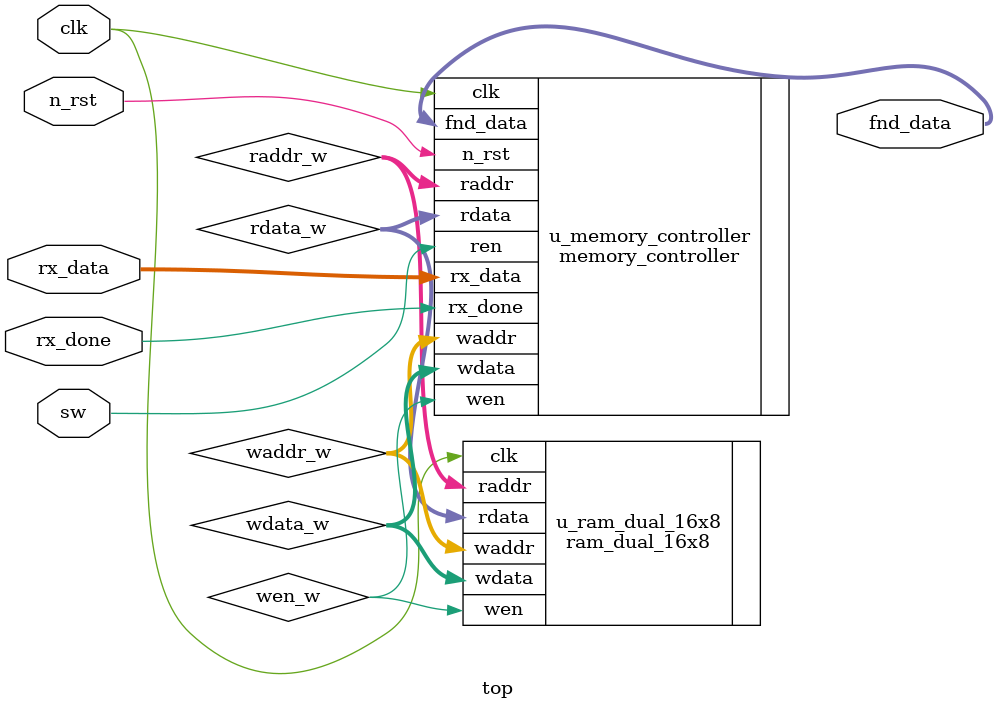
<source format=v>
module top(
  clk,
  n_rst,
  rx_done,
  rx_data,
  sw,
  fnd_data   
);

parameter D_WIDTH = 8;
parameter A_WIDTH = 4;

input clk; 
input n_rst;
input rx_done;
input [D_WIDTH-1:0] rx_data;
input sw;
output [D_WIDTH-1:0] fnd_data;

wire [A_WIDTH-1:0] waddr_w;
wire wen_w;
wire [D_WIDTH-1:0] wdata_w;
wire [A_WIDTH-1:0] raddr_w;
wire [D_WIDTH-1:0]  rdata_w;

memory_controller u_memory_controller(
  .clk(clk),
  .n_rst(n_rst),
  .rx_done(rx_done),
  .rx_data(rx_data),
  .ren(sw),
  .waddr(waddr_w),
  .wen(wen_w),
  .wdata(wdata_w),
  .raddr(raddr_w),
  .rdata(rdata_w),
  .fnd_data(fnd_data)
);

ram_dual_16x8 u_ram_dual_16x8(
  .clk(clk),
  .wdata(wdata_w),
  .waddr(waddr_w),
  .wen(wen_w),
  .raddr(raddr_w),
  .rdata(rdata_w)
);

endmodule
</source>
